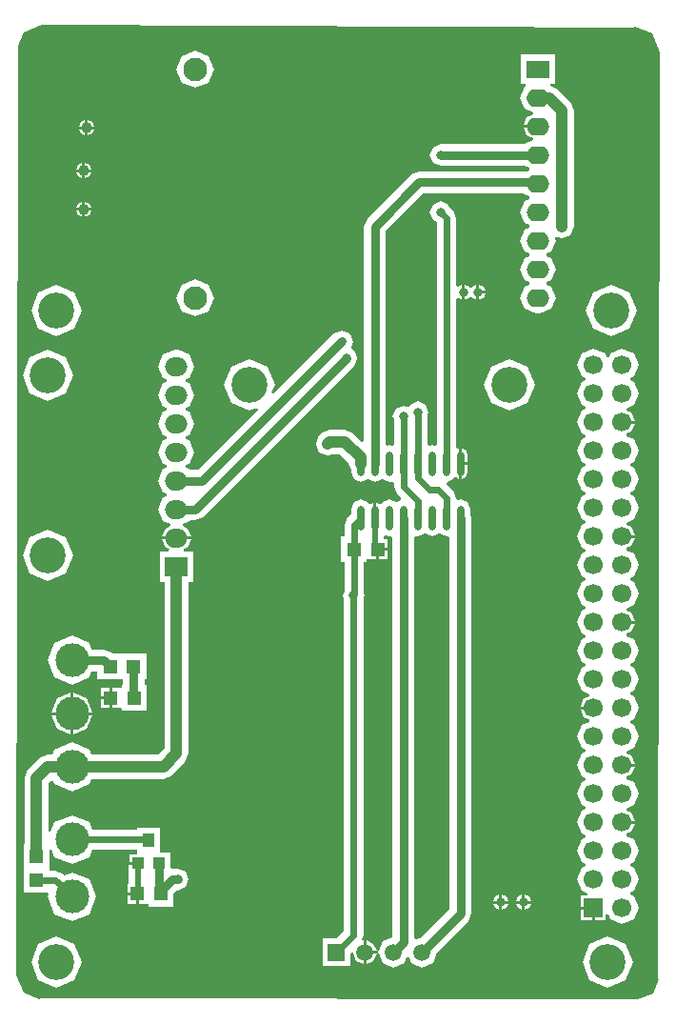
<source format=gbl>
%FSLAX24Y24*%
%MOIN*%
G70*
G01*
G75*
G04 Layer_Physical_Order=2*
G04 Layer_Color=16711680*
%ADD10R,0.0400X0.0500*%
%ADD11R,0.0500X0.0500*%
%ADD12C,0.0315*%
%ADD13C,0.0394*%
%ADD14C,0.0236*%
%ADD15C,0.0100*%
%ADD16C,0.0827*%
%ADD17O,0.0787X0.0630*%
%ADD18R,0.0787X0.0630*%
%ADD19C,0.1181*%
%ADD20C,0.0591*%
%ADD21R,0.0591X0.0591*%
%ADD22C,0.1260*%
%ADD23C,0.0669*%
%ADD24C,0.0669*%
%ADD25R,0.0669X0.0669*%
%ADD26O,0.0787X0.0669*%
%ADD27R,0.0787X0.0669*%
%ADD28C,0.0315*%
%ADD29C,0.0394*%
%ADD30R,0.0400X0.0400*%
%ADD31R,0.0500X0.0500*%
%ADD32O,0.0236X0.0866*%
%ADD33C,0.0197*%
G36*
X50850Y45700D02*
Y45700D01*
X50915Y45743D01*
X51501Y45501D01*
X51770Y44850D01*
X51700Y12450D01*
X51700D01*
X51736Y12397D01*
X51536Y11914D01*
X51000Y11692D01*
X30100Y11750D01*
Y11750D01*
X30039Y11709D01*
X29488Y11938D01*
X29234Y12550D01*
X29300Y44844D01*
X29300Y44844D01*
X29300D01*
X29300D01*
Y44845D01*
X29300Y44850D01*
Y44895D01*
X29300Y44900D01*
D01*
D01*
D01*
Y44900D01*
X29300Y45069D01*
X29499Y45551D01*
X30150Y45820D01*
X50850Y45700D01*
D02*
G37*
%LPC*%
G36*
X31140Y21650D02*
X30463D01*
X30661Y21171D01*
X31140Y20973D01*
Y21650D01*
D02*
G37*
G36*
X31917D02*
X31240D01*
Y20973D01*
X31719Y21171D01*
X31917Y21650D01*
D02*
G37*
G36*
X31140Y22427D02*
X30661Y22229D01*
X30463Y21750D01*
X31140D01*
Y22427D01*
D02*
G37*
G36*
X46950Y15358D02*
X46803Y15297D01*
X46742Y15150D01*
X46950D01*
Y15358D01*
D02*
G37*
G36*
X47050D02*
Y15150D01*
X47258D01*
X47197Y15297D01*
X47050Y15358D01*
D02*
G37*
G36*
X35359Y27800D02*
X34341D01*
X34458Y27517D01*
X34600Y27459D01*
X34584Y27381D01*
X34259D01*
Y26319D01*
X34424D01*
Y20477D01*
X34213Y20266D01*
X31866D01*
X31793Y20443D01*
X31190Y20692D01*
X30587Y20443D01*
X30514Y20266D01*
X30340D01*
X30039Y20141D01*
X29649Y19751D01*
X29524Y19450D01*
Y17147D01*
X29503D01*
Y16324D01*
X29501D01*
Y15430D01*
X30325D01*
X30369Y15365D01*
X30338Y15290D01*
X30587Y14687D01*
X31190Y14438D01*
X31793Y14687D01*
X32042Y15290D01*
X31793Y15893D01*
X31190Y16142D01*
X30928Y16034D01*
X30844Y16118D01*
X30603Y16218D01*
X30397D01*
Y16253D01*
X30397D01*
Y16945D01*
X30474Y16961D01*
X30587Y16687D01*
X31190Y16438D01*
X31793Y16687D01*
X31901Y16949D01*
X33482D01*
Y16809D01*
X33482D01*
Y16769D01*
X33451Y16756D01*
X33199D01*
Y16506D01*
X33499D01*
Y16406D01*
X33179D01*
Y15750D01*
X33128D01*
Y15450D01*
X33478D01*
Y15400D01*
X33528D01*
Y15050D01*
X33798D01*
Y15050D01*
X33798Y15050D01*
X33828Y15050D01*
X33854Y15024D01*
Y14951D01*
X34748D01*
Y15407D01*
X34857Y15516D01*
X34900D01*
X35171Y15629D01*
X35284Y15900D01*
X35171Y16171D01*
X34900Y16284D01*
X34699D01*
X34646Y16319D01*
Y16853D01*
X34276D01*
Y17703D01*
X33482D01*
Y17631D01*
X31901D01*
X31793Y17893D01*
X31190Y18142D01*
X30587Y17893D01*
X30453Y17569D01*
X30376Y17585D01*
Y19273D01*
X30465Y19362D01*
X30542Y19347D01*
X30587Y19237D01*
X31190Y18988D01*
X31793Y19237D01*
X31866Y19414D01*
X34390D01*
X34691Y19539D01*
X34691Y19539D01*
X34691Y19539D01*
X35151Y19999D01*
X35276Y20300D01*
X35276Y20300D01*
X35276Y20300D01*
Y26319D01*
X35441D01*
Y27381D01*
X35116D01*
X35100Y27459D01*
X35242Y27517D01*
X35359Y27800D01*
D02*
G37*
G36*
X31190Y24422D02*
X30587Y24173D01*
X30338Y23570D01*
X30587Y22967D01*
X31190Y22718D01*
X31793Y22967D01*
X31883Y23186D01*
X32080D01*
Y22905D01*
X32903D01*
Y22903D01*
X32966D01*
Y22695D01*
X32926D01*
Y22626D01*
X32900Y22600D01*
X32870Y22600D01*
X32870Y22600D01*
Y22600D01*
X32600D01*
Y22250D01*
Y21900D01*
X32870D01*
Y21900D01*
X32870Y21900D01*
X32900Y21900D01*
X32926Y21874D01*
Y21801D01*
X33820D01*
Y22695D01*
X33734D01*
Y22903D01*
X33797D01*
Y23797D01*
X32974D01*
Y23799D01*
X32623D01*
X32580Y23841D01*
X32309Y23954D01*
X31883D01*
X31793Y24173D01*
X31190Y24422D01*
D02*
G37*
G36*
X30350Y28145D02*
X29717Y27883D01*
X29455Y27250D01*
X29717Y26617D01*
X30350Y26355D01*
X30983Y26617D01*
X31245Y27250D01*
X30983Y27883D01*
X30350Y28145D01*
D02*
G37*
G36*
X42240Y27400D02*
X41940D01*
Y27100D01*
X42240D01*
Y27400D01*
D02*
G37*
G36*
X31240Y22427D02*
Y21750D01*
X31917D01*
X31719Y22229D01*
X31240Y22427D01*
D02*
G37*
G36*
X32500Y22200D02*
X32200D01*
Y21900D01*
X32500D01*
Y22200D01*
D02*
G37*
G36*
Y22600D02*
X32200D01*
Y22300D01*
X32500D01*
Y22600D01*
D02*
G37*
G36*
X41500Y13757D02*
Y13400D01*
X41857D01*
X41753Y13653D01*
X41500Y13757D01*
D02*
G37*
G36*
X49400Y14850D02*
X49015D01*
Y14465D01*
X49400D01*
Y14850D01*
D02*
G37*
G36*
X46150Y15050D02*
X45942D01*
X46003Y14903D01*
X46150Y14842D01*
Y15050D01*
D02*
G37*
G36*
X30650Y13895D02*
X30017Y13633D01*
X29755Y13000D01*
X30017Y12367D01*
X30650Y12105D01*
X31283Y12367D01*
X31545Y13000D01*
X31283Y13633D01*
X30650Y13895D01*
D02*
G37*
G36*
X49950D02*
X49317Y13633D01*
X49055Y13000D01*
X49317Y12367D01*
X49950Y12105D01*
X50583Y12367D01*
X50845Y13000D01*
X50583Y13633D01*
X49950Y13895D01*
D02*
G37*
G36*
X41857Y13300D02*
X41500D01*
Y12943D01*
X41753Y13047D01*
X41857Y13300D01*
D02*
G37*
G36*
X33428Y15350D02*
X33128D01*
Y15050D01*
X33428D01*
Y15350D01*
D02*
G37*
G36*
X46150Y15358D02*
X46003Y15297D01*
X45942Y15150D01*
X46150D01*
Y15358D01*
D02*
G37*
G36*
X46250D02*
Y15150D01*
X46458D01*
X46397Y15297D01*
X46250Y15358D01*
D02*
G37*
G36*
X46458Y15050D02*
X46250D01*
Y14842D01*
X46397Y14903D01*
X46458Y15050D01*
D02*
G37*
G36*
X46950D02*
X46742D01*
X46803Y14903D01*
X46950Y14842D01*
Y15050D01*
D02*
G37*
G36*
X47258D02*
X47050D01*
Y14842D01*
X47197Y14903D01*
X47258Y15050D01*
D02*
G37*
G36*
X45036Y30395D02*
X44850D01*
Y29915D01*
X44967Y29963D01*
X45036Y30130D01*
Y30395D01*
D02*
G37*
G36*
X31650Y39608D02*
Y39400D01*
X31858D01*
X31797Y39547D01*
X31650Y39608D01*
D02*
G37*
G36*
X31550Y40650D02*
X31342D01*
X31403Y40503D01*
X31550Y40442D01*
Y40650D01*
D02*
G37*
G36*
X31858D02*
X31650D01*
Y40442D01*
X31797Y40503D01*
X31858Y40650D01*
D02*
G37*
G36*
X31550Y39300D02*
X31342D01*
X31403Y39153D01*
X31550Y39092D01*
Y39300D01*
D02*
G37*
G36*
X31858D02*
X31650D01*
Y39092D01*
X31797Y39153D01*
X31858Y39300D01*
D02*
G37*
G36*
X31550Y39608D02*
X31403Y39547D01*
X31342Y39400D01*
X31550D01*
Y39608D01*
D02*
G37*
G36*
Y40958D02*
X31403Y40897D01*
X31342Y40750D01*
X31550D01*
Y40958D01*
D02*
G37*
G36*
X31650Y42458D02*
X31503Y42397D01*
X31442Y42250D01*
X31650D01*
Y42458D01*
D02*
G37*
G36*
X31750D02*
Y42250D01*
X31958D01*
X31897Y42397D01*
X31750Y42458D01*
D02*
G37*
G36*
X35500Y44911D02*
X35033Y44717D01*
X34839Y44250D01*
X35033Y43783D01*
X35500Y43589D01*
X35967Y43783D01*
X36161Y44250D01*
X35967Y44717D01*
X35500Y44911D01*
D02*
G37*
G36*
X31650Y40958D02*
Y40750D01*
X31858D01*
X31797Y40897D01*
X31650Y40958D01*
D02*
G37*
G36*
Y42150D02*
X31442D01*
X31503Y42003D01*
X31650Y41942D01*
Y42150D01*
D02*
G37*
G36*
X31958D02*
X31750D01*
Y41942D01*
X31897Y42003D01*
X31958Y42150D01*
D02*
G37*
G36*
X40625Y35109D02*
X40354Y34996D01*
X38252Y32894D01*
X38186Y32938D01*
X38295Y33200D01*
X38033Y33833D01*
X37400Y34095D01*
X36767Y33833D01*
X36505Y33200D01*
X36767Y32567D01*
X37400Y32305D01*
X37662Y32414D01*
X37706Y32348D01*
X35591Y30234D01*
X35325D01*
X35316Y30257D01*
X35186Y30311D01*
Y30389D01*
X35316Y30443D01*
X35484Y30850D01*
X35316Y31257D01*
X35186Y31311D01*
Y31389D01*
X35316Y31443D01*
X35484Y31850D01*
X35316Y32257D01*
X35186Y32311D01*
Y32389D01*
X35316Y32443D01*
X35484Y32850D01*
X35316Y33257D01*
X35186Y33311D01*
Y33389D01*
X35316Y33443D01*
X35484Y33850D01*
X35316Y34257D01*
X34909Y34425D01*
X34791D01*
X34384Y34257D01*
X34216Y33850D01*
X34384Y33443D01*
X34514Y33389D01*
Y33311D01*
X34384Y33257D01*
X34216Y32850D01*
X34384Y32443D01*
X34514Y32389D01*
Y32311D01*
X34384Y32257D01*
X34216Y31850D01*
X34384Y31443D01*
X34514Y31389D01*
Y31311D01*
X34384Y31257D01*
X34216Y30850D01*
X34384Y30443D01*
X34514Y30389D01*
Y30311D01*
X34384Y30257D01*
X34216Y29850D01*
X34384Y29443D01*
X34514Y29389D01*
Y29311D01*
X34384Y29257D01*
X34216Y28850D01*
X34384Y28443D01*
X34641Y28337D01*
Y28258D01*
X34458Y28183D01*
X34341Y27900D01*
X35359D01*
X35242Y28183D01*
X35059Y28258D01*
Y28337D01*
X35316Y28443D01*
X35325Y28466D01*
X35500D01*
X35771Y28579D01*
X41071Y33879D01*
X41127Y34014D01*
X41184Y34150D01*
X41137Y34262D01*
X41071Y34421D01*
X40992Y34454D01*
X40962Y34527D01*
X41034Y34700D01*
X40921Y34971D01*
X40904Y34979D01*
X40896Y34996D01*
X40625Y35109D01*
D02*
G37*
G36*
X50450Y34475D02*
X50043Y34307D01*
X49989Y34177D01*
X49911D01*
X49857Y34307D01*
X49450Y34475D01*
X49043Y34307D01*
X48875Y33900D01*
X49043Y33493D01*
X49173Y33439D01*
Y33361D01*
X49043Y33307D01*
X48875Y32900D01*
X49043Y32493D01*
X49173Y32439D01*
Y32361D01*
X49043Y32307D01*
X48875Y31900D01*
X49043Y31493D01*
X49173Y31439D01*
Y31361D01*
X49043Y31307D01*
X48875Y30900D01*
X49043Y30493D01*
X49173Y30439D01*
Y30361D01*
X49043Y30307D01*
X48875Y29900D01*
X49043Y29493D01*
X49173Y29439D01*
Y29361D01*
X49043Y29307D01*
X48875Y28900D01*
X49043Y28493D01*
X49173Y28439D01*
Y28361D01*
X49043Y28307D01*
X48875Y27900D01*
X49043Y27493D01*
X49173Y27439D01*
Y27361D01*
X49043Y27307D01*
X48875Y26900D01*
X49043Y26493D01*
X49173Y26439D01*
Y26361D01*
X49043Y26307D01*
X48875Y25900D01*
X49043Y25493D01*
X49173Y25439D01*
Y25361D01*
X49043Y25307D01*
X48875Y24900D01*
X49043Y24493D01*
X49173Y24439D01*
Y24361D01*
X49043Y24307D01*
X48875Y23900D01*
X49043Y23493D01*
X49173Y23439D01*
Y23361D01*
X49043Y23307D01*
X48875Y22900D01*
X49043Y22493D01*
X49300Y22387D01*
Y22308D01*
X49117Y22233D01*
X49000Y21950D01*
X49450D01*
Y21850D01*
X49000D01*
X49117Y21567D01*
X49300Y21492D01*
Y21413D01*
X49043Y21307D01*
X48875Y20900D01*
X49043Y20493D01*
X49173Y20439D01*
Y20361D01*
X49043Y20307D01*
X48875Y19900D01*
X49043Y19493D01*
X49173Y19439D01*
Y19361D01*
X49043Y19307D01*
X48875Y18900D01*
X49043Y18493D01*
X49173Y18439D01*
Y18361D01*
X49043Y18307D01*
X48875Y17900D01*
X49043Y17493D01*
X49173Y17439D01*
Y17361D01*
X49043Y17307D01*
X48875Y16900D01*
X49043Y16493D01*
X49173Y16439D01*
Y16361D01*
X49043Y16307D01*
X48875Y15900D01*
X49043Y15493D01*
X49240Y15412D01*
X49224Y15335D01*
X49015D01*
Y14950D01*
X49450D01*
Y14900D01*
X49500D01*
Y14465D01*
X49885D01*
Y14674D01*
X49962Y14690D01*
X50043Y14493D01*
X50450Y14325D01*
X50857Y14493D01*
X51025Y14900D01*
X50857Y15307D01*
X50727Y15361D01*
Y15439D01*
X50857Y15493D01*
X51025Y15900D01*
X50857Y16307D01*
X50727Y16361D01*
Y16439D01*
X50857Y16493D01*
X51025Y16900D01*
X50857Y17307D01*
X50600Y17413D01*
Y17492D01*
X50783Y17567D01*
X50900Y17850D01*
X50450D01*
Y17950D01*
X50900D01*
X50783Y18233D01*
X50600Y18308D01*
Y18387D01*
X50857Y18493D01*
X51025Y18900D01*
X50857Y19307D01*
X50600Y19413D01*
Y19492D01*
X50783Y19567D01*
X50900Y19850D01*
X50450D01*
Y19950D01*
X50900D01*
X50783Y20233D01*
X50600Y20308D01*
Y20387D01*
X50857Y20493D01*
X51025Y20900D01*
X50857Y21307D01*
X50727Y21361D01*
Y21439D01*
X50857Y21493D01*
X51025Y21900D01*
X50857Y22307D01*
X50727Y22361D01*
Y22439D01*
X50857Y22493D01*
X51025Y22900D01*
X50857Y23307D01*
X50727Y23361D01*
Y23439D01*
X50857Y23493D01*
X51025Y23900D01*
X50857Y24307D01*
X50600Y24413D01*
Y24492D01*
X50783Y24567D01*
X50900Y24850D01*
X50450D01*
Y24950D01*
X50900D01*
X50783Y25233D01*
X50600Y25308D01*
Y25387D01*
X50857Y25493D01*
X51025Y25900D01*
X50857Y26307D01*
X50727Y26361D01*
Y26439D01*
X50857Y26493D01*
X51025Y26900D01*
X50857Y27307D01*
X50600Y27413D01*
Y27492D01*
X50783Y27567D01*
X50900Y27850D01*
X50450D01*
Y27950D01*
X50900D01*
X50783Y28233D01*
X50600Y28308D01*
Y28387D01*
X50857Y28493D01*
X51025Y28900D01*
X50857Y29307D01*
X50727Y29361D01*
Y29439D01*
X50857Y29493D01*
X51025Y29900D01*
X50857Y30307D01*
X50727Y30361D01*
Y30439D01*
X50857Y30493D01*
X51025Y30900D01*
X50857Y31307D01*
X50600Y31413D01*
Y31492D01*
X50783Y31567D01*
X50900Y31850D01*
X50450D01*
Y31950D01*
X50900D01*
X50783Y32233D01*
X50600Y32308D01*
Y32387D01*
X50857Y32493D01*
X51025Y32900D01*
X50857Y33307D01*
X50727Y33361D01*
Y33439D01*
X50857Y33493D01*
X51025Y33900D01*
X50857Y34307D01*
X50450Y34475D01*
D02*
G37*
G36*
X30650Y36695D02*
X30017Y36433D01*
X29755Y35800D01*
X30017Y35167D01*
X30650Y34905D01*
X31283Y35167D01*
X31545Y35800D01*
X31283Y36433D01*
X30650Y36695D01*
D02*
G37*
G36*
X44850Y30975D02*
Y30495D01*
X45036D01*
Y30760D01*
X44967Y30927D01*
X44850Y30975D01*
D02*
G37*
G36*
X46500Y34095D02*
X45867Y33833D01*
X45605Y33200D01*
X45867Y32567D01*
X46500Y32305D01*
X47133Y32567D01*
X47395Y33200D01*
X47133Y33833D01*
X46500Y34095D01*
D02*
G37*
G36*
X30350Y34445D02*
X29717Y34183D01*
X29455Y33550D01*
X29717Y32917D01*
X30350Y32655D01*
X30983Y32917D01*
X31245Y33550D01*
X30983Y34183D01*
X30350Y34445D01*
D02*
G37*
G36*
X45450Y36708D02*
Y36500D01*
X45658D01*
X45597Y36647D01*
X45450Y36708D01*
D02*
G37*
G36*
X45350D02*
X45203Y36647D01*
X45189Y36614D01*
X45111D01*
X45097Y36647D01*
X44950Y36708D01*
Y36450D01*
Y36192D01*
X45097Y36253D01*
X45111Y36286D01*
X45189D01*
X45203Y36253D01*
X45350Y36192D01*
Y36450D01*
Y36708D01*
D02*
G37*
G36*
X48091Y44762D02*
X46909D01*
Y43738D01*
X47061D01*
X47076Y43661D01*
X47030Y43642D01*
X46867Y43250D01*
X47030Y42858D01*
X47322Y42737D01*
Y42658D01*
X47104Y42568D01*
X46993Y42300D01*
X47500D01*
Y42200D01*
X46993D01*
X47104Y41932D01*
X47322Y41842D01*
Y41763D01*
X47030Y41642D01*
X47026Y41634D01*
X44100D01*
X43829Y41521D01*
X43716Y41250D01*
X43829Y40979D01*
X44100Y40866D01*
X47026D01*
X47030Y40858D01*
X47196Y40789D01*
Y40711D01*
X47130Y40684D01*
X43350D01*
X43079Y40571D01*
X41529Y39021D01*
X41416Y38750D01*
Y31249D01*
X41344Y31219D01*
X41051Y31511D01*
X40750Y31636D01*
X40210D01*
X39909Y31511D01*
X39849Y31451D01*
X39724Y31150D01*
X39849Y30849D01*
X40150Y30724D01*
X40295Y30784D01*
X40573D01*
X40874Y30483D01*
Y30445D01*
X40959Y30239D01*
Y30130D01*
X41059Y29889D01*
X41300Y29789D01*
X41541Y29889D01*
X41541Y29889D01*
X41559D01*
Y29889D01*
X41800Y29789D01*
X42041Y29889D01*
X42041Y29889D01*
X42059D01*
Y29889D01*
X42300Y29789D01*
X42394Y29828D01*
X42459Y29784D01*
Y29650D01*
X42559Y29409D01*
X42719Y29248D01*
X42704Y29171D01*
X42559Y29111D01*
D01*
Y29111D01*
X42541D01*
Y29111D01*
X42300Y29211D01*
X42059Y29111D01*
X42028Y29037D01*
X41967D01*
X41967Y29037D01*
Y29037D01*
X41850Y29085D01*
Y28555D01*
X41750D01*
Y29085D01*
X41633Y29037D01*
X41633D01*
D01*
X41572D01*
X41541Y29111D01*
X41300Y29211D01*
X41059Y29111D01*
X40959Y28870D01*
Y28696D01*
X40822Y28559D01*
X40722Y28318D01*
Y27896D01*
X40616D01*
Y27002D01*
X40722D01*
Y25984D01*
X40666Y25850D01*
X40709Y25747D01*
Y14091D01*
X40460Y13842D01*
X39958D01*
Y12858D01*
X40942D01*
Y13302D01*
X41003Y13352D01*
X41023Y13348D01*
X41147Y13047D01*
X41400Y12943D01*
Y13350D01*
Y13757D01*
X41388Y13752D01*
X41332Y13808D01*
X41391Y13950D01*
Y25747D01*
X41434Y25850D01*
X41404Y25921D01*
Y27002D01*
X41510D01*
Y27100D01*
X41540D01*
Y27100D01*
X41840D01*
Y27450D01*
X41890D01*
Y27500D01*
X42240D01*
Y27800D01*
X42120D01*
Y27903D01*
X42185Y27947D01*
X42300Y27899D01*
X42351Y27920D01*
X42416Y27877D01*
Y13869D01*
X42073Y13727D01*
X41937Y13397D01*
X41911D01*
Y13303D01*
X41937D01*
X42073Y12973D01*
X42450Y12817D01*
X42827Y12973D01*
X42911Y13176D01*
X42989D01*
X43073Y12973D01*
X43450Y12817D01*
X43827Y12973D01*
X43976Y13333D01*
X45071Y14429D01*
X45104Y14508D01*
X45184Y14700D01*
Y28555D01*
X45141Y28658D01*
Y28870D01*
X45041Y29111D01*
X44800Y29211D01*
X44706Y29172D01*
X44641Y29216D01*
Y29250D01*
X44541Y29491D01*
X44310Y29722D01*
X44325Y29799D01*
X44541Y29889D01*
X44572Y29963D01*
X44633D01*
X44633Y29963D01*
Y29963D01*
X44750Y29915D01*
Y30445D01*
Y30975D01*
X44706Y30957D01*
X44641Y31001D01*
Y36208D01*
X44706Y36252D01*
X44850Y36192D01*
Y36450D01*
Y36708D01*
X44706Y36648D01*
X44641Y36692D01*
Y39050D01*
X44641Y39050D01*
X44541Y39291D01*
X44414Y39418D01*
X44371Y39521D01*
X44100Y39634D01*
X43829Y39521D01*
X43716Y39250D01*
X43829Y38979D01*
X43932Y38936D01*
X43959Y38909D01*
Y31106D01*
X43894Y31062D01*
X43800Y31101D01*
X43706Y31062D01*
X43641Y31106D01*
Y32147D01*
X43684Y32250D01*
X43571Y32521D01*
X43300Y32634D01*
X43029Y32521D01*
X42982Y32408D01*
X42800Y32484D01*
X42529Y32371D01*
X42416Y32100D01*
X42459Y31997D01*
Y31106D01*
X42394Y31062D01*
X42300Y31101D01*
X42249Y31080D01*
X42184Y31123D01*
Y38591D01*
X43509Y39916D01*
X47005D01*
X47030Y39858D01*
X47196Y39789D01*
Y39711D01*
X47030Y39642D01*
X46867Y39250D01*
X47030Y38858D01*
X47196Y38789D01*
Y38711D01*
X47030Y38642D01*
X46867Y38250D01*
X47030Y37858D01*
X47196Y37789D01*
Y37711D01*
X47030Y37642D01*
X46867Y37250D01*
X47030Y36858D01*
X47196Y36789D01*
Y36711D01*
X47030Y36642D01*
X46867Y36250D01*
X47030Y35858D01*
X47421Y35696D01*
X47579D01*
X47970Y35858D01*
X48133Y36250D01*
X47970Y36642D01*
X47804Y36711D01*
Y36789D01*
X47970Y36858D01*
X48133Y37250D01*
X47970Y37642D01*
X47804Y37711D01*
Y37789D01*
X47970Y37858D01*
X48133Y38250D01*
X48090Y38353D01*
X48146Y38408D01*
X48350Y38324D01*
X48651Y38449D01*
X48776Y38750D01*
Y42800D01*
X48651Y43101D01*
X48201Y43551D01*
X47937Y43661D01*
X47952Y43738D01*
X48091D01*
Y44762D01*
D02*
G37*
G36*
X50067Y36695D02*
X49435Y36433D01*
X49173Y35800D01*
X49435Y35167D01*
X50067Y34905D01*
X50700Y35167D01*
X50962Y35800D01*
X50700Y36433D01*
X50067Y36695D01*
D02*
G37*
G36*
X35500Y36911D02*
X35033Y36717D01*
X34839Y36250D01*
X35033Y35783D01*
X35500Y35589D01*
X35967Y35783D01*
X36161Y36250D01*
X35967Y36717D01*
X35500Y36911D01*
D02*
G37*
G36*
X45658Y36400D02*
X45450D01*
Y36192D01*
X45597Y36253D01*
X45658Y36400D01*
D02*
G37*
%LPD*%
G36*
X44300Y27899D02*
X44351Y27920D01*
X44416Y27877D01*
Y14859D01*
X43433Y13876D01*
X43249Y13799D01*
X43184Y13843D01*
Y27877D01*
X43249Y27920D01*
X43300Y27899D01*
X43541Y27999D01*
X43541Y27999D01*
X43559D01*
Y27999D01*
X43800Y27899D01*
X44041Y27999D01*
Y27999D01*
X44059Y27999D01*
Y27999D01*
Y27999D01*
D01*
D01*
D01*
X44300Y27899D01*
D02*
G37*
G54D10*
X33879Y17256D02*
D03*
G54D11*
X33478Y15400D02*
D03*
X34301Y15398D02*
D03*
X41890Y27450D02*
D03*
X41063Y27449D02*
D03*
X33373Y22248D02*
D03*
X32550Y22250D02*
D03*
X32527Y23352D02*
D03*
X33350Y23350D02*
D03*
G54D12*
X34249Y15450D02*
X34699Y15900D01*
X34900D01*
X34249Y15450D02*
Y16456D01*
X41800Y38750D02*
X43350Y40300D01*
X41800Y30445D02*
Y38750D01*
X42450Y13350D02*
X42800Y13700D01*
Y28555D01*
X43450Y13350D02*
X44800Y14700D01*
Y28555D01*
X43350Y40300D02*
X47200D01*
X44100Y41250D02*
X47300D01*
X31190Y23570D02*
X32309D01*
X32527Y23352D01*
X33350Y22271D02*
Y23350D01*
Y22271D02*
X33373Y22248D01*
X34850Y29850D02*
X35750D01*
X40625Y34725D01*
X34850Y28850D02*
X35500D01*
X40800Y34150D01*
G54D13*
X30340Y19840D02*
X31190D01*
X29950Y19450D02*
X30340Y19840D01*
X29950Y16700D02*
Y19450D01*
X34850Y20300D02*
Y26850D01*
X34390Y19840D02*
X34850Y20300D01*
X31190Y19840D02*
X34390D01*
X40210Y31210D02*
X40750D01*
X41300Y30660D01*
Y30445D02*
Y30660D01*
X47300Y43250D02*
X47900D01*
X48350Y42800D01*
Y38750D02*
Y42800D01*
X40150Y31150D02*
X40210Y31210D01*
G54D14*
X41050Y13950D02*
Y25850D01*
X40450Y13350D02*
X41050Y13950D01*
Y25850D02*
X41063Y25863D01*
Y27449D01*
X33845Y17290D02*
X33879Y17256D01*
X31190Y17290D02*
X33845D01*
X30603Y15877D02*
X31190Y15290D01*
X29948Y15877D02*
X30603D01*
X44100Y39250D02*
X44300Y39050D01*
Y30445D02*
Y39050D01*
X41063Y28318D02*
X41300Y28555D01*
X41063Y27449D02*
Y28318D01*
X42800Y30445D02*
Y32100D01*
X43300Y28555D02*
Y29150D01*
X42800Y29650D02*
X43300Y29150D01*
X42800Y29650D02*
Y30445D01*
X44300Y28555D02*
Y29250D01*
X44000Y29550D02*
X44300Y29250D01*
X43700Y29550D02*
X44000D01*
X43300Y29950D02*
X43700Y29550D01*
X43300Y29950D02*
Y30445D01*
Y32250D01*
G54D16*
X35500Y44250D02*
D03*
Y36250D02*
D03*
G54D17*
X47500Y38250D02*
D03*
Y40250D02*
D03*
Y41250D02*
D03*
Y42250D02*
D03*
Y43250D02*
D03*
Y39250D02*
D03*
Y37250D02*
D03*
Y36250D02*
D03*
G54D18*
Y44250D02*
D03*
G54D19*
X31190Y17290D02*
D03*
Y15290D02*
D03*
Y23570D02*
D03*
Y21700D02*
D03*
Y19840D02*
D03*
G54D20*
X43450Y13350D02*
D03*
X42450D02*
D03*
X41450D02*
D03*
G54D21*
X40450D02*
D03*
G54D22*
X37400Y33200D02*
D03*
X46500D02*
D03*
X30650Y35800D02*
D03*
X50067D02*
D03*
X30650Y13000D02*
D03*
X49950D02*
D03*
X30350Y27250D02*
D03*
Y33550D02*
D03*
G54D23*
X50450Y28900D02*
D03*
X49450D02*
D03*
X50450Y29900D02*
D03*
X49450D02*
D03*
X50450Y30900D02*
D03*
X49450D02*
D03*
X50450Y31900D02*
D03*
X49450D02*
D03*
X50450Y24900D02*
D03*
X49450D02*
D03*
X50450Y25900D02*
D03*
X49450D02*
D03*
X50450Y26900D02*
D03*
X49450D02*
D03*
X50450Y27900D02*
D03*
X49450D02*
D03*
X50450Y32900D02*
D03*
X49450D02*
D03*
X50450Y33900D02*
D03*
X49450D02*
D03*
G54D24*
X50450Y22900D02*
D03*
X49450D02*
D03*
Y20900D02*
D03*
X50450D02*
D03*
Y19900D02*
D03*
X49450D02*
D03*
X50450Y17900D02*
D03*
X49450D02*
D03*
X50450Y16900D02*
D03*
X49450D02*
D03*
X50450Y15900D02*
D03*
X49450D02*
D03*
X50450Y14900D02*
D03*
X49450Y18900D02*
D03*
X50450D02*
D03*
Y21900D02*
D03*
X49450D02*
D03*
X50450Y23900D02*
D03*
X49450D02*
D03*
G54D25*
Y14900D02*
D03*
G54D26*
X34850Y28850D02*
D03*
Y33850D02*
D03*
Y32850D02*
D03*
Y31850D02*
D03*
Y30850D02*
D03*
Y29850D02*
D03*
Y27850D02*
D03*
G54D27*
Y26850D02*
D03*
G54D28*
X34900Y15900D02*
D03*
X44100Y39250D02*
D03*
Y41250D02*
D03*
X42800Y32100D02*
D03*
X43300Y32250D02*
D03*
X48350Y38750D02*
D03*
X40650Y34700D02*
D03*
X40800Y34150D02*
D03*
X41050Y25850D02*
D03*
X34850Y25450D02*
D03*
X40150Y31150D02*
D03*
X46200Y15100D02*
D03*
X47000D02*
D03*
X44900Y36450D02*
D03*
X45400D02*
D03*
G54D29*
X31700Y42200D02*
D03*
X31600Y40700D02*
D03*
Y39350D02*
D03*
G54D30*
X34249Y16456D02*
D03*
X33499D02*
D03*
G54D31*
X29950Y16700D02*
D03*
X29948Y15877D02*
D03*
G54D32*
X44800Y28555D02*
D03*
X44300D02*
D03*
X43800D02*
D03*
X43300D02*
D03*
X42800D02*
D03*
X42300D02*
D03*
X41800D02*
D03*
X41300D02*
D03*
X44800Y30445D02*
D03*
X44300D02*
D03*
X43800D02*
D03*
X43300D02*
D03*
X42800D02*
D03*
X42300D02*
D03*
X41800D02*
D03*
X41300D02*
D03*
G54D33*
X33478Y15400D02*
X33499Y15421D01*
Y16456D01*
X41800Y27540D02*
X41890Y27450D01*
X41800Y27540D02*
Y28555D01*
M02*

</source>
